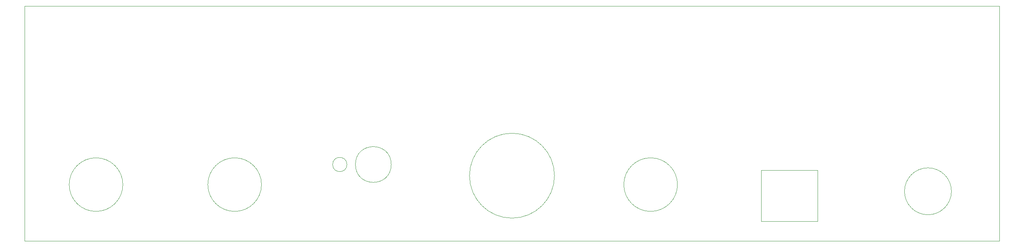
<source format=gbr>
%TF.GenerationSoftware,KiCad,Pcbnew,8.0.3*%
%TF.CreationDate,2024-06-19T23:52:19+02:00*%
%TF.ProjectId,PT-10 Rear,50542d31-3020-4526-9561-722e6b696361,rev?*%
%TF.SameCoordinates,Original*%
%TF.FileFunction,Profile,NP*%
%FSLAX46Y46*%
G04 Gerber Fmt 4.6, Leading zero omitted, Abs format (unit mm)*
G04 Created by KiCad (PCBNEW 8.0.3) date 2024-06-19 23:52:19*
%MOMM*%
%LPD*%
G01*
G04 APERTURE LIST*
%TA.AperFunction,Profile*%
%ADD10C,0.100000*%
%TD*%
G04 APERTURE END LIST*
D10*
X162595000Y-107752500D02*
G75*
G02*
X143595000Y-107752500I-9500000J0D01*
G01*
X143595000Y-107752500D02*
G75*
G02*
X162595000Y-107752500I9500000J0D01*
G01*
X208770000Y-118002500D02*
X208770000Y-106502500D01*
X262060000Y-122352500D02*
X44130000Y-122352500D01*
X208770000Y-106502500D02*
X221420000Y-106502500D01*
X44130000Y-122352500D02*
X44130000Y-69772500D01*
X262060000Y-69772500D02*
X262060000Y-122352500D01*
X190095000Y-109752500D02*
G75*
G02*
X178095000Y-109752500I-6000000J0D01*
G01*
X178095000Y-109752500D02*
G75*
G02*
X190095000Y-109752500I6000000J0D01*
G01*
X44130000Y-69772500D02*
X262060000Y-69772500D01*
X97095000Y-109752500D02*
G75*
G02*
X85095000Y-109752500I-6000000J0D01*
G01*
X85095000Y-109752500D02*
G75*
G02*
X97095000Y-109752500I6000000J0D01*
G01*
X251345000Y-111252500D02*
G75*
G02*
X240845000Y-111252500I-5250000J0D01*
G01*
X240845000Y-111252500D02*
G75*
G02*
X251345000Y-111252500I5250000J0D01*
G01*
X221420000Y-118002500D02*
X208770000Y-118002500D01*
X66095000Y-109752500D02*
G75*
G02*
X54095000Y-109752500I-6000000J0D01*
G01*
X54095000Y-109752500D02*
G75*
G02*
X66095000Y-109752500I6000000J0D01*
G01*
X126095000Y-105252500D02*
G75*
G02*
X118095000Y-105252500I-4000000J0D01*
G01*
X118095000Y-105252500D02*
G75*
G02*
X126095000Y-105252500I4000000J0D01*
G01*
X221420000Y-106502500D02*
X221420000Y-118002500D01*
X116195000Y-105252500D02*
G75*
G02*
X112995000Y-105252500I-1600000J0D01*
G01*
X112995000Y-105252500D02*
G75*
G02*
X116195000Y-105252500I1600000J0D01*
G01*
M02*

</source>
